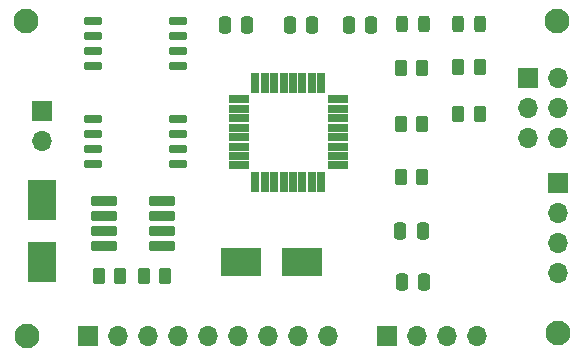
<source format=gts>
%TF.GenerationSoftware,KiCad,Pcbnew,7.0.11-rc3*%
%TF.CreationDate,2024-07-02T00:11:53+05:30*%
%TF.ProjectId,MCUdatalogger_V1,4d435564-6174-4616-9c6f-676765725f56,rev?*%
%TF.SameCoordinates,Original*%
%TF.FileFunction,Soldermask,Top*%
%TF.FilePolarity,Negative*%
%FSLAX46Y46*%
G04 Gerber Fmt 4.6, Leading zero omitted, Abs format (unit mm)*
G04 Created by KiCad (PCBNEW 7.0.11-rc3) date 2024-07-02 00:11:53*
%MOMM*%
%LPD*%
G01*
G04 APERTURE LIST*
G04 Aperture macros list*
%AMRoundRect*
0 Rectangle with rounded corners*
0 $1 Rounding radius*
0 $2 $3 $4 $5 $6 $7 $8 $9 X,Y pos of 4 corners*
0 Add a 4 corners polygon primitive as box body*
4,1,4,$2,$3,$4,$5,$6,$7,$8,$9,$2,$3,0*
0 Add four circle primitives for the rounded corners*
1,1,$1+$1,$2,$3*
1,1,$1+$1,$4,$5*
1,1,$1+$1,$6,$7*
1,1,$1+$1,$8,$9*
0 Add four rect primitives between the rounded corners*
20,1,$1+$1,$2,$3,$4,$5,0*
20,1,$1+$1,$4,$5,$6,$7,0*
20,1,$1+$1,$6,$7,$8,$9,0*
20,1,$1+$1,$8,$9,$2,$3,0*%
G04 Aperture macros list end*
%ADD10RoundRect,0.250000X0.262500X0.450000X-0.262500X0.450000X-0.262500X-0.450000X0.262500X-0.450000X0*%
%ADD11RoundRect,0.150000X-0.650000X-0.150000X0.650000X-0.150000X0.650000X0.150000X-0.650000X0.150000X0*%
%ADD12R,1.700000X1.700000*%
%ADD13O,1.700000X1.700000*%
%ADD14RoundRect,0.250000X-0.250000X-0.475000X0.250000X-0.475000X0.250000X0.475000X-0.250000X0.475000X0*%
%ADD15RoundRect,0.250000X0.250000X0.475000X-0.250000X0.475000X-0.250000X-0.475000X0.250000X-0.475000X0*%
%ADD16C,2.100000*%
%ADD17RoundRect,0.243750X-0.243750X-0.456250X0.243750X-0.456250X0.243750X0.456250X-0.243750X0.456250X0*%
%ADD18R,3.500000X2.400000*%
%ADD19RoundRect,0.250000X-0.262500X-0.450000X0.262500X-0.450000X0.262500X0.450000X-0.262500X0.450000X0*%
%ADD20RoundRect,0.094250X-0.742750X-0.282750X0.742750X-0.282750X0.742750X0.282750X-0.742750X0.282750X0*%
%ADD21RoundRect,0.094250X-0.282750X-0.742750X0.282750X-0.742750X0.282750X0.742750X-0.282750X0.742750X0*%
%ADD22RoundRect,0.099250X-0.987750X-0.297750X0.987750X-0.297750X0.987750X0.297750X-0.987750X0.297750X0*%
%ADD23R,2.400000X3.500000*%
G04 APERTURE END LIST*
D10*
%TO.C,R4*%
X112202500Y-55725000D03*
X110377500Y-55725000D03*
%TD*%
D11*
%TO.C,U1*%
X84305000Y-55275000D03*
X84305000Y-56545000D03*
X84305000Y-57815000D03*
X84305000Y-59085000D03*
X91505000Y-59085000D03*
X91505000Y-57815000D03*
X91505000Y-56545000D03*
X91505000Y-55275000D03*
%TD*%
D10*
%TO.C,R2*%
X90447500Y-68610000D03*
X88622500Y-68610000D03*
%TD*%
D12*
%TO.C,J1*%
X123705000Y-60725000D03*
D13*
X123705000Y-63265000D03*
X123705000Y-65805000D03*
X123705000Y-68345000D03*
%TD*%
D14*
%TO.C,C1*%
X95490000Y-47360000D03*
X97390000Y-47360000D03*
%TD*%
D15*
%TO.C,C4*%
X112390000Y-69110000D03*
X110490000Y-69110000D03*
%TD*%
D16*
%TO.C,H4*%
X123705000Y-73425000D03*
%TD*%
D17*
%TO.C,D1*%
X115252500Y-47240000D03*
X117127500Y-47240000D03*
%TD*%
D16*
%TO.C,H3*%
X123590000Y-47010000D03*
%TD*%
D18*
%TO.C,Y2*%
X102040000Y-67360000D03*
X96840000Y-67360000D03*
%TD*%
D19*
%TO.C,R6*%
X115277500Y-54860000D03*
X117102500Y-54860000D03*
%TD*%
%TO.C,R3*%
X110377500Y-60225000D03*
X112202500Y-60225000D03*
%TD*%
D12*
%TO.C,BT1*%
X80010000Y-54610000D03*
D13*
X80010000Y-57150000D03*
%TD*%
D16*
%TO.C,H1*%
X78690000Y-46990000D03*
%TD*%
D20*
%TO.C,U4*%
X96700000Y-53610000D03*
X96700000Y-54410000D03*
X96700000Y-55210000D03*
X96700000Y-56010000D03*
X96700000Y-56810000D03*
X96700000Y-57610000D03*
X96700000Y-58410000D03*
X96700000Y-59210000D03*
D21*
X98070000Y-60580000D03*
X98870000Y-60580000D03*
X99670000Y-60580000D03*
X100470000Y-60580000D03*
X101270000Y-60580000D03*
X102070000Y-60580000D03*
X102870000Y-60580000D03*
X103670000Y-60580000D03*
D20*
X105040000Y-59210000D03*
X105040000Y-58410000D03*
X105040000Y-57610000D03*
X105040000Y-56810000D03*
X105040000Y-56010000D03*
X105040000Y-55210000D03*
X105040000Y-54410000D03*
X105040000Y-53610000D03*
D21*
X103670000Y-52240000D03*
X102870000Y-52240000D03*
X102070000Y-52240000D03*
X101270000Y-52240000D03*
X100470000Y-52240000D03*
X99670000Y-52240000D03*
X98870000Y-52240000D03*
X98070000Y-52240000D03*
%TD*%
D12*
%TO.C,J3*%
X109220000Y-73660000D03*
D13*
X111760000Y-73660000D03*
X114300000Y-73660000D03*
X116840000Y-73660000D03*
%TD*%
D22*
%TO.C,U2*%
X85240000Y-62260000D03*
X85240000Y-63530000D03*
X85240000Y-64800000D03*
X85240000Y-66070000D03*
X90190000Y-66070000D03*
X90190000Y-64800000D03*
X90190000Y-63530000D03*
X90190000Y-62260000D03*
%TD*%
D11*
%TO.C,U3*%
X84305000Y-46955000D03*
X84305000Y-48225000D03*
X84305000Y-49495000D03*
X84305000Y-50765000D03*
X91505000Y-50765000D03*
X91505000Y-49495000D03*
X91505000Y-48225000D03*
X91505000Y-46955000D03*
%TD*%
D23*
%TO.C,Y1*%
X80010000Y-67370000D03*
X80010000Y-62170000D03*
%TD*%
D14*
%TO.C,C5*%
X105990000Y-47360000D03*
X107890000Y-47360000D03*
%TD*%
D10*
%TO.C,R5*%
X117102500Y-50860000D03*
X115277500Y-50860000D03*
%TD*%
D14*
%TO.C,C3*%
X100990000Y-47360000D03*
X102890000Y-47360000D03*
%TD*%
D19*
%TO.C,R1*%
X84812500Y-68610000D03*
X86637500Y-68610000D03*
%TD*%
D12*
%TO.C,J4*%
X121165000Y-51835000D03*
D13*
X123705000Y-51835000D03*
X121165000Y-54375000D03*
X123705000Y-54375000D03*
X121165000Y-56915000D03*
X123705000Y-56915000D03*
%TD*%
D15*
%TO.C,C2*%
X112240000Y-64725000D03*
X110340000Y-64725000D03*
%TD*%
D16*
%TO.C,H2*%
X78740000Y-73660000D03*
%TD*%
D17*
%TO.C,D2*%
X110475000Y-47240000D03*
X112350000Y-47240000D03*
%TD*%
D12*
%TO.C,J2*%
X83940000Y-73660000D03*
D13*
X86480000Y-73660000D03*
X89020000Y-73660000D03*
X91560000Y-73660000D03*
X94100000Y-73660000D03*
X96640000Y-73660000D03*
X99180000Y-73660000D03*
X101720000Y-73660000D03*
X104260000Y-73660000D03*
%TD*%
D19*
%TO.C,R7*%
X110377500Y-50975000D03*
X112202500Y-50975000D03*
%TD*%
M02*

</source>
